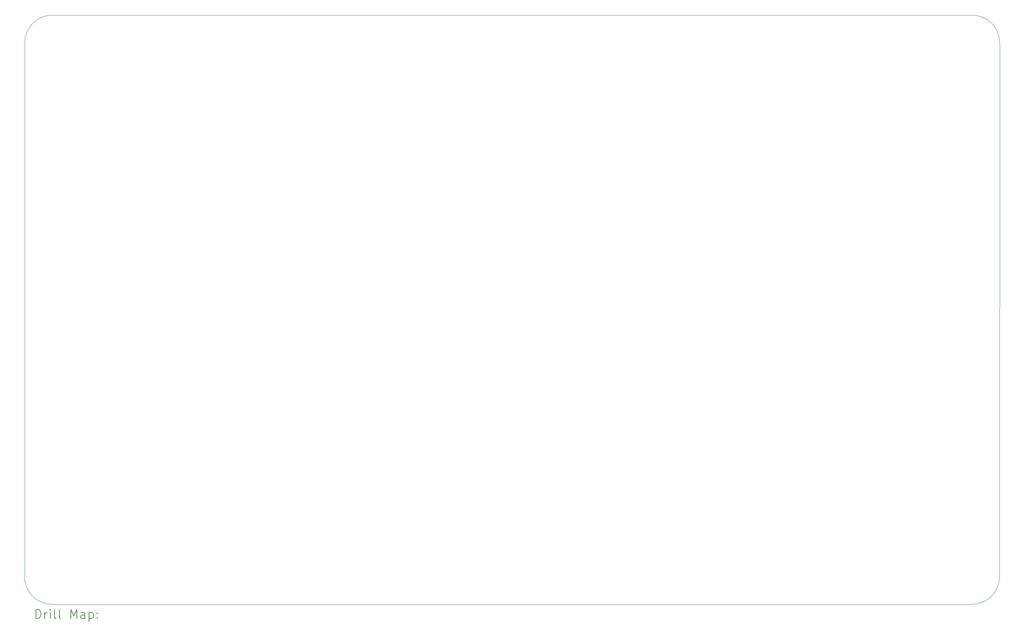
<source format=gbr>
%TF.GenerationSoftware,KiCad,Pcbnew,(6.0.10)*%
%TF.CreationDate,2023-01-07T06:17:07-07:00*%
%TF.ProjectId,FennecVTI,46656e6e-6563-4565-9449-2e6b69636164,rev?*%
%TF.SameCoordinates,Original*%
%TF.FileFunction,Drillmap*%
%TF.FilePolarity,Positive*%
%FSLAX45Y45*%
G04 Gerber Fmt 4.5, Leading zero omitted, Abs format (unit mm)*
G04 Created by KiCad (PCBNEW (6.0.10)) date 2023-01-07 06:17:07*
%MOMM*%
%LPD*%
G01*
G04 APERTURE LIST*
%ADD10C,0.100000*%
%ADD11C,0.200000*%
G04 APERTURE END LIST*
D10*
X25492188Y-3197521D02*
X25488900Y-15110386D01*
X4330549Y-15747926D02*
X24853900Y-15747926D01*
X4331296Y-2562521D02*
G75*
G03*
X3696296Y-3200061I-23191J-611906D01*
G01*
X4331296Y-2562521D02*
X24854648Y-2562521D01*
X3693009Y-15112926D02*
G75*
G03*
X4330549Y-15747926I611904J-23193D01*
G01*
X3696296Y-3200061D02*
X3693009Y-15112926D01*
X25492186Y-3197521D02*
G75*
G03*
X24854648Y-2562521I-611916J23181D01*
G01*
X24853900Y-15747925D02*
G75*
G03*
X25488900Y-15110386I23187J611910D01*
G01*
D11*
X3945188Y-16063939D02*
X3945188Y-15863939D01*
X3992807Y-15863939D01*
X4021379Y-15873463D01*
X4040426Y-15892510D01*
X4049950Y-15911558D01*
X4059474Y-15949653D01*
X4059474Y-15978224D01*
X4049950Y-16016320D01*
X4040426Y-16035367D01*
X4021379Y-16054415D01*
X3992807Y-16063939D01*
X3945188Y-16063939D01*
X4145188Y-16063939D02*
X4145188Y-15930605D01*
X4145188Y-15968701D02*
X4154712Y-15949653D01*
X4164236Y-15940129D01*
X4183284Y-15930605D01*
X4202331Y-15930605D01*
X4268998Y-16063939D02*
X4268998Y-15930605D01*
X4268998Y-15863939D02*
X4259474Y-15873463D01*
X4268998Y-15882986D01*
X4278522Y-15873463D01*
X4268998Y-15863939D01*
X4268998Y-15882986D01*
X4392807Y-16063939D02*
X4373760Y-16054415D01*
X4364236Y-16035367D01*
X4364236Y-15863939D01*
X4497569Y-16063939D02*
X4478522Y-16054415D01*
X4468998Y-16035367D01*
X4468998Y-15863939D01*
X4726141Y-16063939D02*
X4726141Y-15863939D01*
X4792807Y-16006796D01*
X4859474Y-15863939D01*
X4859474Y-16063939D01*
X5040427Y-16063939D02*
X5040427Y-15959177D01*
X5030903Y-15940129D01*
X5011855Y-15930605D01*
X4973760Y-15930605D01*
X4954712Y-15940129D01*
X5040427Y-16054415D02*
X5021379Y-16063939D01*
X4973760Y-16063939D01*
X4954712Y-16054415D01*
X4945188Y-16035367D01*
X4945188Y-16016320D01*
X4954712Y-15997272D01*
X4973760Y-15987748D01*
X5021379Y-15987748D01*
X5040427Y-15978224D01*
X5135665Y-15930605D02*
X5135665Y-16130605D01*
X5135665Y-15940129D02*
X5154712Y-15930605D01*
X5192807Y-15930605D01*
X5211855Y-15940129D01*
X5221379Y-15949653D01*
X5230903Y-15968701D01*
X5230903Y-16025843D01*
X5221379Y-16044891D01*
X5211855Y-16054415D01*
X5192807Y-16063939D01*
X5154712Y-16063939D01*
X5135665Y-16054415D01*
X5316617Y-16044891D02*
X5326141Y-16054415D01*
X5316617Y-16063939D01*
X5307093Y-16054415D01*
X5316617Y-16044891D01*
X5316617Y-16063939D01*
X5316617Y-15940129D02*
X5326141Y-15949653D01*
X5316617Y-15959177D01*
X5307093Y-15949653D01*
X5316617Y-15940129D01*
X5316617Y-15959177D01*
M02*

</source>
